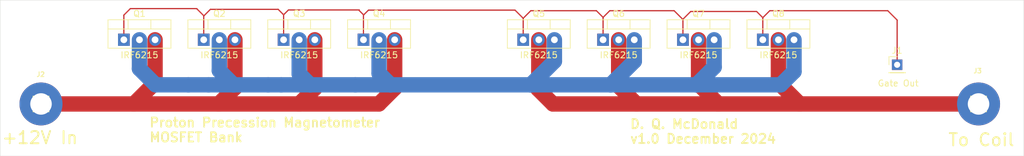
<source format=kicad_pcb>
(kicad_pcb (version 20240108) (generator "pcbnew") (generator_version "8.0")
  (title_block (title "PPM Mosfset Bank") (date "2024-12-20") (rev "1.0") (company "D. Q. McDonald"))
  (layers (0 "F.Cu" signal) (31 "B.Cu" signal) (34 "B.Paste" user) (35 "F.Paste" user) (36 "B.SilkS" user "B.Silkscreen") (37 "F.SilkS" user "F.Silkscreen") (38 "B.Mask" user) (39 "F.Mask" user) (44 "Edge.Cuts" user))
  (net 0 "")
  (net 1 "PowerIn")
  (net 2 "PowerOut")
  (net 3 "Gate")
  (net 4 "PowerBridge")
  (footprint "Package_TO_SOT_THT:TO-220-3_Vertical" (layer "F.Cu") (at 77.985 31.295)
    (property "Reference" "Q4" (at 2.54 -4.27 0) (layer "F.SilkS"))
    (property "Value" "IRF6215" (at 2.54 2.5 0) (layer "F.SilkS"))
    (fp_line (start -2.58 -3.27) (end -2.58 1.371) (stroke (width 0.12)) (layer "F.SilkS"))
    (fp_line (start -2.58 -3.27) (end 7.66 -3.27) (stroke (width 0.12)) (layer "F.SilkS"))
    (fp_line (start -2.58 -1.76) (end 7.66 -1.76) (stroke (width 0.12)) (layer "F.SilkS"))
    (fp_line (start -2.58 1.371) (end 7.66 1.371) (stroke (width 0.12)) (layer "F.SilkS"))
    (fp_line (start 0.69 -3.27) (end 0.69 -1.76) (stroke (width 0.12)) (layer "F.SilkS"))
    (fp_line (start 4.391 -3.27) (end 4.391 -1.76) (stroke (width 0.12)) (layer "F.SilkS"))
    (fp_line (start 7.66 -3.27) (end 7.66 1.371) (stroke (width 0.12)) (layer "F.SilkS"))
    (pad "1" thru_hole rect (at 0 0) (size 1.905 2) (drill 1.1) (layers "*.Cu" "*.Mask") (net 3 "Gate"))
    (pad "2" thru_hole oval (at 2.54 0) (size 1.905 2) (drill 1.1) (layers "*.Cu" "*.Mask") (net 4 "PowerBridge"))
    (pad "3" thru_hole oval (at 5.08 0) (size 1.905 2) (drill 1.1) (layers "*.Cu" "*.Mask") (net 1 "PowerIn"))
  )
  (footprint "Package_TO_SOT_THT:TO-220-3_Vertical" (layer "F.Cu") (at 142.985 31.295)
    (property "Reference" "Q8" (at 2.54 -4.27 0) (layer "F.SilkS"))
    (property "Value" "IRF6215" (at 2.54 2.5 0) (layer "F.SilkS"))
    (fp_line (start -2.58 -3.27) (end -2.58 1.371) (stroke (width 0.12)) (layer "F.SilkS"))
    (fp_line (start -2.58 -3.27) (end 7.66 -3.27) (stroke (width 0.12)) (layer "F.SilkS"))
    (fp_line (start -2.58 -1.76) (end 7.66 -1.76) (stroke (width 0.12)) (layer "F.SilkS"))
    (fp_line (start -2.58 1.371) (end 7.66 1.371) (stroke (width 0.12)) (layer "F.SilkS"))
    (fp_line (start 0.69 -3.27) (end 0.69 -1.76) (stroke (width 0.12)) (layer "F.SilkS"))
    (fp_line (start 4.391 -3.27) (end 4.391 -1.76) (stroke (width 0.12)) (layer "F.SilkS"))
    (fp_line (start 7.66 -3.27) (end 7.66 1.371) (stroke (width 0.12)) (layer "F.SilkS"))
    (pad "1" thru_hole rect (at 0 0) (size 1.905 2) (drill 1.1) (layers "*.Cu" "*.Mask") (net 3 "Gate"))
    (pad "2" thru_hole oval (at 2.54 0) (size 1.905 2) (drill 1.1) (layers "*.Cu" "*.Mask") (net 2 "PowerOut"))
    (pad "3" thru_hole oval (at 5.08 0) (size 1.905 2) (drill 1.1) (layers "*.Cu" "*.Mask") (net 4 "PowerBridge"))
  )
  (footprint "DQM:3MM Pad" (layer "F.Cu") (at 25.5 41.775)
    (property "Reference" "J2" (at -0.05 -4.825 0) (layer "F.SilkS") (effects (font (size 0.762 0.762) (thickness 0.1524))))
    (property "Value" "12V In" (hide yes))
    (fp_line (start -1.27 -1.27) (end 1.27 -1.27) (stroke (width 0.1524)) (layer "F.SilkS"))
    (fp_line (start -1.27 1.27) (end -1.27 -1.27) (stroke (width 0.1524)) (layer "F.SilkS"))
    (fp_line (start 1.27 -1.27) (end 1.27 1.27) (stroke (width 0.1524)) (layer "F.SilkS"))
    (fp_line (start 1.27 1.27) (end -1.27 1.27) (stroke (width 0.1524)) (layer "F.SilkS"))
    (pad "1" thru_hole circle (at 0 0) (size 7.002856 7.002856) (drill 3.5) (layers "*.Cu" "*.Mask") (net 1 "PowerIn"))
  )
  (footprint "Package_TO_SOT_THT:TO-220-3_Vertical" (layer "F.Cu") (at 51.985 31.295)
    (property "Reference" "Q2" (at 2.54 -4.27 0) (layer "F.SilkS"))
    (property "Value" "IRF6215" (at 2.54 2.5 0) (layer "F.SilkS"))
    (fp_line (start -2.58 -3.27) (end -2.58 1.371) (stroke (width 0.12)) (layer "F.SilkS"))
    (fp_line (start -2.58 -3.27) (end 7.66 -3.27) (stroke (width 0.12)) (layer "F.SilkS"))
    (fp_line (start -2.58 -1.76) (end 7.66 -1.76) (stroke (width 0.12)) (layer "F.SilkS"))
    (fp_line (start -2.58 1.371) (end 7.66 1.371) (stroke (width 0.12)) (layer "F.SilkS"))
    (fp_line (start 0.69 -3.27) (end 0.69 -1.76) (stroke (width 0.12)) (layer "F.SilkS"))
    (fp_line (start 4.391 -3.27) (end 4.391 -1.76) (stroke (width 0.12)) (layer "F.SilkS"))
    (fp_line (start 7.66 -3.27) (end 7.66 1.371) (stroke (width 0.12)) (layer "F.SilkS"))
    (pad "1" thru_hole rect (at 0 0) (size 1.905 2) (drill 1.1) (layers "*.Cu" "*.Mask") (net 3 "Gate"))
    (pad "2" thru_hole oval (at 2.54 0) (size 1.905 2) (drill 1.1) (layers "*.Cu" "*.Mask") (net 4 "PowerBridge"))
    (pad "3" thru_hole oval (at 5.08 0) (size 1.905 2) (drill 1.1) (layers "*.Cu" "*.Mask") (net 1 "PowerIn"))
  )
  (footprint "Package_TO_SOT_THT:TO-220-3_Vertical" (layer "F.Cu") (at 116.985 31.295)
    (property "Reference" "Q6" (at 2.54 -4.27 0) (layer "F.SilkS"))
    (property "Value" "IRF6215" (at 2.54 2.5 0) (layer "F.SilkS"))
    (fp_line (start -2.58 -3.27) (end -2.58 1.371) (stroke (width 0.12)) (layer "F.SilkS"))
    (fp_line (start -2.58 -3.27) (end 7.66 -3.27) (stroke (width 0.12)) (layer "F.SilkS"))
    (fp_line (start -2.58 -1.76) (end 7.66 -1.76) (stroke (width 0.12)) (layer "F.SilkS"))
    (fp_line (start -2.58 1.371) (end 7.66 1.371) (stroke (width 0.12)) (layer "F.SilkS"))
    (fp_line (start 0.69 -3.27) (end 0.69 -1.76) (stroke (width 0.12)) (layer "F.SilkS"))
    (fp_line (start 4.391 -3.27) (end 4.391 -1.76) (stroke (width 0.12)) (layer "F.SilkS"))
    (fp_line (start 7.66 -3.27) (end 7.66 1.371) (stroke (width 0.12)) (layer "F.SilkS"))
    (pad "1" thru_hole rect (at 0 0) (size 1.905 2) (drill 1.1) (layers "*.Cu" "*.Mask") (net 3 "Gate"))
    (pad "2" thru_hole oval (at 2.54 0) (size 1.905 2) (drill 1.1) (layers "*.Cu" "*.Mask") (net 2 "PowerOut"))
    (pad "3" thru_hole oval (at 5.08 0) (size 1.905 2) (drill 1.1) (layers "*.Cu" "*.Mask") (net 4 "PowerBridge"))
  )
  (footprint "Package_TO_SOT_THT:TO-220-3_Vertical" (layer "F.Cu") (at 38.985 31.295)
    (property "Reference" "Q1" (at 2.54 -4.27 0) (layer "F.SilkS"))
    (property "Value" "IRF6215" (at 2.54 2.5 0) (layer "F.SilkS"))
    (fp_line (start -2.58 -3.27) (end -2.58 1.371) (stroke (width 0.12)) (layer "F.SilkS"))
    (fp_line (start -2.58 -3.27) (end 7.66 -3.27) (stroke (width 0.12)) (layer "F.SilkS"))
    (fp_line (start -2.58 -1.76) (end 7.66 -1.76) (stroke (width 0.12)) (layer "F.SilkS"))
    (fp_line (start -2.58 1.371) (end 7.66 1.371) (stroke (width 0.12)) (layer "F.SilkS"))
    (fp_line (start 0.69 -3.27) (end 0.69 -1.76) (stroke (width 0.12)) (layer "F.SilkS"))
    (fp_line (start 4.391 -3.27) (end 4.391 -1.76) (stroke (width 0.12)) (layer "F.SilkS"))
    (fp_line (start 7.66 -3.27) (end 7.66 1.371) (stroke (width 0.12)) (layer "F.SilkS"))
    (pad "1" thru_hole rect (at 0 0) (size 1.905 2) (drill 1.1) (layers "*.Cu" "*.Mask") (net 3 "Gate"))
    (pad "2" thru_hole oval (at 2.54 0) (size 1.905 2) (drill 1.1) (layers "*.Cu" "*.Mask") (net 4 "PowerBridge"))
    (pad "3" thru_hole oval (at 5.08 0) (size 1.905 2) (drill 1.1) (layers "*.Cu" "*.Mask") (net 1 "PowerIn"))
  )
  (footprint "DQM:3MM Pad" (layer "F.Cu") (at 178.1 41.775)
    (property "Reference" "J3" (at -0.15 -5.4 0) (layer "F.SilkS") (effects (font (size 0.762 0.762) (thickness 0.1524))))
    (property "Value" "To Coil" (hide yes))
    (fp_line (start -1.27 -1.27) (end 1.27 -1.27) (stroke (width 0.1524)) (layer "F.SilkS"))
    (fp_line (start -1.27 1.27) (end -1.27 -1.27) (stroke (width 0.1524)) (layer "F.SilkS"))
    (fp_line (start 1.27 -1.27) (end 1.27 1.27) (stroke (width 0.1524)) (layer "F.SilkS"))
    (fp_line (start 1.27 1.27) (end -1.27 1.27) (stroke (width 0.1524)) (layer "F.SilkS"))
    (pad "1" thru_hole circle (at 0 0) (size 7.002856 7.002856) (drill 3.5) (layers "*.Cu" "*.Mask") (net 2 "PowerOut"))
  )
  (footprint "Package_TO_SOT_THT:TO-220-3_Vertical" (layer "F.Cu") (at 64.985 31.295)
    (property "Reference" "Q3" (at 2.54 -4.27 0) (layer "F.SilkS"))
    (property "Value" "IRF6215" (at 2.54 2.5 0) (layer "F.SilkS"))
    (fp_line (start -2.58 -3.27) (end -2.58 1.371) (stroke (width 0.12)) (layer "F.SilkS"))
    (fp_line (start -2.58 -3.27) (end 7.66 -3.27) (stroke (width 0.12)) (layer "F.SilkS"))
    (fp_line (start -2.58 -1.76) (end 7.66 -1.76) (stroke (width 0.12)) (layer "F.SilkS"))
    (fp_line (start -2.58 1.371) (end 7.66 1.371) (stroke (width 0.12)) (layer "F.SilkS"))
    (fp_line (start 0.69 -3.27) (end 0.69 -1.76) (stroke (width 0.12)) (layer "F.SilkS"))
    (fp_line (start 4.391 -3.27) (end 4.391 -1.76) (stroke (width 0.12)) (layer "F.SilkS"))
    (fp_line (start 7.66 -3.27) (end 7.66 1.371) (stroke (width 0.12)) (layer "F.SilkS"))
    (pad "1" thru_hole rect (at 0 0) (size 1.905 2) (drill 1.1) (layers "*.Cu" "*.Mask") (net 3 "Gate"))
    (pad "2" thru_hole oval (at 2.54 0) (size 1.905 2) (drill 1.1) (layers "*.Cu" "*.Mask") (net 4 "PowerBridge"))
    (pad "3" thru_hole oval (at 5.08 0) (size 1.905 2) (drill 1.1) (layers "*.Cu" "*.Mask") (net 1 "PowerIn"))
  )
  (footprint "Connector_PinHeader_2.54mm:PinHeader_1x01_P2.54mm_Vertical" (layer "F.Cu") (at 164.85 35.375)
    (property "Reference" "J1" (at 0 -2.33 0) (layer "F.SilkS"))
    (property "Value" "Gate Out" (at 0.175 3.025 0) (layer "F.SilkS"))
    (fp_line (start -1.33 -1.33) (end 0 -1.33) (stroke (width 0.12)) (layer "F.SilkS"))
    (fp_line (start -1.33 0) (end -1.33 -1.33) (stroke (width 0.12)) (layer "F.SilkS"))
    (fp_line (start -1.33 1.27) (end -1.33 1.33) (stroke (width 0.12)) (layer "F.SilkS"))
    (fp_line (start -1.33 1.27) (end 1.33 1.27) (stroke (width 0.12)) (layer "F.SilkS"))
    (fp_line (start -1.33 1.33) (end 1.33 1.33) (stroke (width 0.12)) (layer "F.SilkS"))
    (fp_line (start 1.33 1.27) (end 1.33 1.33) (stroke (width 0.12)) (layer "F.SilkS"))
    (pad "1" thru_hole rect (at 0 0) (size 1.7 1.7) (drill 1) (layers "*.Cu" "*.Mask") (net 3 "Gate"))
  )
  (footprint "Package_TO_SOT_THT:TO-220-3_Vertical" (layer "F.Cu") (at 129.985 31.295)
    (property "Reference" "Q7" (at 2.54 -4.27 0) (layer "F.SilkS"))
    (property "Value" "IRF6215" (at 2.54 2.5 0) (layer "F.SilkS"))
    (fp_line (start -2.58 -3.27) (end -2.58 1.371) (stroke (width 0.12)) (layer "F.SilkS"))
    (fp_line (start -2.58 -3.27) (end 7.66 -3.27) (stroke (width 0.12)) (layer "F.SilkS"))
    (fp_line (start -2.58 -1.76) (end 7.66 -1.76) (stroke (width 0.12)) (layer "F.SilkS"))
    (fp_line (start -2.58 1.371) (end 7.66 1.371) (stroke (width 0.12)) (layer "F.SilkS"))
    (fp_line (start 0.69 -3.27) (end 0.69 -1.76) (stroke (width 0.12)) (layer "F.SilkS"))
    (fp_line (start 4.391 -3.27) (end 4.391 -1.76) (stroke (width 0.12)) (layer "F.SilkS"))
    (fp_line (start 7.66 -3.27) (end 7.66 1.371) (stroke (width 0.12)) (layer "F.SilkS"))
    (pad "1" thru_hole rect (at 0 0) (size 1.905 2) (drill 1.1) (layers "*.Cu" "*.Mask") (net 3 "Gate"))
    (pad "2" thru_hole oval (at 2.54 0) (size 1.905 2) (drill 1.1) (layers "*.Cu" "*.Mask") (net 2 "PowerOut"))
    (pad "3" thru_hole oval (at 5.08 0) (size 1.905 2) (drill 1.1) (layers "*.Cu" "*.Mask") (net 4 "PowerBridge"))
  )
  (footprint "Package_TO_SOT_THT:TO-220-3_Vertical" (layer "F.Cu") (at 103.985 31.295)
    (property "Reference" "Q5" (at 2.54 -4.27 0) (layer "F.SilkS"))
    (property "Value" "IRF6215" (at 2.54 2.5 0) (layer "F.SilkS"))
    (fp_line (start -2.58 -3.27) (end -2.58 1.371) (stroke (width 0.12)) (layer "F.SilkS"))
    (fp_line (start -2.58 -3.27) (end 7.66 -3.27) (stroke (width 0.12)) (layer "F.SilkS"))
    (fp_line (start -2.58 -1.76) (end 7.66 -1.76) (stroke (width 0.12)) (layer "F.SilkS"))
    (fp_line (start -2.58 1.371) (end 7.66 1.371) (stroke (width 0.12)) (layer "F.SilkS"))
    (fp_line (start 0.69 -3.27) (end 0.69 -1.76) (stroke (width 0.12)) (layer "F.SilkS"))
    (fp_line (start 4.391 -3.27) (end 4.391 -1.76) (stroke (width 0.12)) (layer "F.SilkS"))
    (fp_line (start 7.66 -3.27) (end 7.66 1.371) (stroke (width 0.12)) (layer "F.SilkS"))
    (pad "1" thru_hole rect (at 0 0) (size 1.905 2) (drill 1.1) (layers "*.Cu" "*.Mask") (net 3 "Gate"))
    (pad "2" thru_hole oval (at 2.54 0) (size 1.905 2) (drill 1.1) (layers "*.Cu" "*.Mask") (net 2 "PowerOut"))
    (pad "3" thru_hole oval (at 5.08 0) (size 1.905 2) (drill 1.1) (layers "*.Cu" "*.Mask") (net 4 "PowerBridge"))
  )
  (gr_rect (start 18.85 24.825) (end 185.475 50.275) (stroke (width 0.05)) (fill none) (layer "Edge.Cuts"))
  (gr_text "D. Q. McDonald\nv1.0 December 2024" (at 121.25 48.35 0) (layer "F.SilkS") (effects (font (size 1.5 1.5) (thickness 0.3) (bold yes)) (justify left bottom)))
  (gr_text "Proton Precession Magnetometer\nMOSFET Bank" (at 43 48.1 0) (layer "F.SilkS") (effects (font (size 1.5 1.5) (thickness 0.3) (bold yes)) (justify left bottom)))
  (gr_text "+12V In" (at 18.975 48.45 0) (layer "F.SilkS") (effects (font (size 2 2) (thickness 0.3) (bold yes)) (justify left bottom)))
  (gr_text "To Coil" (at 173.025 48.8 0) (layer "F.SilkS") (effects (font (size 2 2) (thickness 0.3) (bold yes)) (justify left bottom)))
  (segment (start 40.6 41.775) (end 54.425 41.775) (width 2.5) (layer "F.Cu") (net 1))
  (segment (start 67.525 41.775) (end 80.5 41.775) (width 2.5) (layer "F.Cu") (net 1))
  (segment (start 70.065 39.235) (end 70.065 31.295) (width 2.5) (layer "F.Cu") (net 1))
  (segment (start 25.5 41.775) (end 40.6 41.775) (width 2.5) (layer "F.Cu") (net 1))
  (segment (start 40.6 41.775) (end 44.065 38.31) (width 2.5) (layer "F.Cu") (net 1))
  (segment (start 83.065 39.21) (end 83.065 31.295) (width 2.5) (layer "F.Cu") (net 1))
  (segment (start 57.065 39.135) (end 57.065 31.295) (width 2.5) (layer "F.Cu") (net 1))
  (segment (start 54.425 41.775) (end 57.065 39.135) (width 2.5) (layer "F.Cu") (net 1))
  (segment (start 80.5 41.775) (end 83.065 39.21) (width 2.5) (layer "F.Cu") (net 1))
  (segment (start 54.425 41.775) (end 67.525 41.775) (width 2.5) (layer "F.Cu") (net 1))
  (segment (start 44.065 38.31) (end 44.065 31.295) (width 2.5) (layer "F.Cu") (net 1))
  (segment (start 67.525 41.775) (end 70.065 39.235) (width 2.5) (layer "F.Cu") (net 1))
  (segment (start 106.3875 39.3375) (end 106.525 39.2) (width 2.5) (layer "F.Cu") (net 2))
  (segment (start 148.975 41.775) (end 135.75 41.775) (width 2.5) (layer "F.Cu") (net 2))
  (segment (start 119.525 38.875) (end 119.525 31.295) (width 2.5) (layer "F.Cu") (net 2))
  (segment (start 132.525 38.55) (end 132.525 31.295) (width 2.5) (layer "F.Cu") (net 2))
  (segment (start 135.75 41.775) (end 122.425 41.775) (width 2.5) (layer "F.Cu") (net 2))
  (segment (start 178.1 41.775) (end 148.975 41.775) (width 2.5) (layer "F.Cu") (net 2))
  (segment (start 135.75 41.775) (end 132.525 38.55) (width 2.5) (layer "F.Cu") (net 2))
  (segment (start 108.825 41.775) (end 106.3875 39.3375) (width 2.5) (layer "F.Cu") (net 2))
  (segment (start 122.425 41.775) (end 108.825 41.775) (width 2.5) (layer "F.Cu") (net 2))
  (segment (start 122.425 41.775) (end 119.525 38.875) (width 2.5) (layer "F.Cu") (net 2))
  (segment (start 145.525 38.3) (end 145.525 31.295) (width 2.5) (layer "F.Cu") (net 2))
  (segment (start 106.525 39.2) (end 106.525 31.295) (width 2.5) (layer "F.Cu") (net 2))
  (segment (start 148.975 41.75) (end 145.525 38.3) (width 2.5) (layer "F.Cu") (net 2))
  (segment (start 148.975 41.775) (end 148.975 41.75) (width 2.5) (layer "F.Cu") (net 2))
  (segment (start 77.985 27.21) (end 77.985 31.295) (width 0.2) (layer "F.Cu") (net 3))
  (segment (start 116.99 27.635) (end 118.075 26.55) (width 0.2) (layer "F.Cu") (net 3))
  (segment (start 129.985 27.985) (end 129.985 31.295) (width 0.2) (layer "F.Cu") (net 3))
  (segment (start 65.775 26.425) (end 77.3 26.425) (width 0.2) (layer "F.Cu") (net 3))
  (segment (start 142.985 27.685) (end 142.985 31.295) (width 0.2) (layer "F.Cu") (net 3))
  (segment (start 131.25 26.675) (end 141.975 26.675) (width 0.2) (layer "F.Cu") (net 3))
  (segment (start 103.985 27.785) (end 103.985 31.295) (width 0.2) (layer "F.Cu") (net 3))
  (segment (start 64.1 26.325) (end 64.9375 27.1625) (width 0.2) (layer "F.Cu") (net 3))
  (segment (start 164.85 35.375) (end 164.85 28.075) (width 0.2) (layer "F.Cu") (net 3))
  (segment (start 50.85 26.2) (end 50.85 26.225) (width 0.2) (layer "F.Cu") (net 3))
  (segment (start 64.9375 27.1625) (end 65.0375 27.1625) (width 0.2) (layer "F.Cu") (net 3))
  (segment (start 102.65 26.45) (end 103.985 27.785) (width 0.2) (layer "F.Cu") (net 3))
  (segment (start 64.9375 27.1625) (end 64.985 27.21) (width 0.2) (layer "F.Cu") (net 3))
  (segment (start 116.985 27.635) (end 116.99 27.635) (width 0.2) (layer "F.Cu") (net 3))
  (segment (start 164.85 28.075) (end 163.325 26.55) (width 0.2) (layer "F.Cu") (net 3))
  (segment (start 53.075 26.325) (end 64.1 26.325) (width 0.2) (layer "F.Cu") (net 3))
  (segment (start 129.985 27.985) (end 129.985 27.94) (width 0.2) (layer "F.Cu") (net 3))
  (segment (start 40.05 26.2) (end 50.85 26.2) (width 0.2) (layer "F.Cu") (net 3))
  (segment (start 141.975 26.675) (end 142.985 27.685) (width 0.2) (layer "F.Cu") (net 3))
  (segment (start 64.985 27.21) (end 64.985 31.295) (width 0.2) (layer "F.Cu") (net 3))
  (segment (start 128.55 26.55) (end 129.985 27.985) (width 0.2) (layer "F.Cu") (net 3))
  (segment (start 163.325 26.55) (end 144.12 26.55) (width 0.2) (layer "F.Cu") (net 3))
  (segment (start 129.985 27.94) (end 131.25 26.675) (width 0.2) (layer "F.Cu") (net 3))
  (segment (start 115.9 26.55) (end 116.985 27.635) (width 0.2) (layer "F.Cu") (net 3))
  (segment (start 116.985 27.635) (end 116.985 31.295) (width 0.2) (layer "F.Cu") (net 3))
  (segment (start 77.985 27.21) (end 77.3 26.525) (width 0.2) (layer "F.Cu") (net 3))
  (segment (start 38.985 27.265) (end 40.05 26.2) (width 0.2) (layer "F.Cu") (net 3))
  (segment (start 103.985 27.785) (end 105.22 26.55) (width 0.2) (layer "F.Cu") (net 3))
  (segment (start 144.12 26.55) (end 142.985 27.685) (width 0.2) (layer "F.Cu") (net 3))
  (segment (start 38.985 31.295) (end 38.985 27.265) (width 0.2) (layer "F.Cu") (net 3))
  (segment (start 78.8 26.45) (end 102.65 26.45) (width 0.2) (layer "F.Cu") (net 3))
  (segment (start 51.985 27.36) (end 52.04 27.36) (width 0.2) (layer "F.Cu") (net 3))
  (segment (start 78.04 27.21) (end 78.8 26.45) (width 0.2) (layer "F.Cu") (net 3))
  (segment (start 50.85 26.225) (end 51.985 27.36) (width 0.2) (layer "F.Cu") (net 3))
  (segment (start 105.22 26.55) (end 115.9 26.55) (width 0.2) (layer "F.Cu") (net 3))
  (segment (start 118.075 26.55) (end 128.55 26.55) (width 0.2) (layer "F.Cu") (net 3))
  (segment (start 52.04 27.36) (end 53.075 26.325) (width 0.2) (layer "F.Cu") (net 3))
  (segment (start 65.0375 27.1625) (end 65.775 26.425) (width 0.2) (layer "F.Cu") (net 3))
  (segment (start 51.985 27.36) (end 51.985 31.295) (width 0.2) (layer "F.Cu") (net 3))
  (segment (start 77.3 26.525) (end 77.3 26.425) (width 0.2) (layer "F.Cu") (net 3))
  (segment (start 77.985 27.21) (end 78.04 27.21) (width 0.2) (layer "F.Cu") (net 3))
  (segment (start 132.175 38.65) (end 145.9 38.65) (width 2.5) (layer "B.Cu") (net 4))
  (segment (start 105.21 38.65) (end 118.21 38.65) (width 2.5) (layer "B.Cu") (net 4))
  (segment (start 122.065 34.795) (end 122.065 31.295) (width 2.5) (layer "B.Cu") (net 4))
  (segment (start 76.67 38.65) (end 82.4 38.65) (width 2.5) (layer "B.Cu") (net 4))
  (segment (start 148.065 36.485) (end 148.065 31.295) (width 2.5) (layer "B.Cu") (net 4))
  (segment (start 49.4825 38.65) (end 44.15 38.65) (width 2.5) (layer "B.Cu") (net 4))
  (segment (start 109.065 34.795) (end 109.065 31.295) (width 2.5) (layer "B.Cu") (net 4))
  (segment (start 44.15 38.65) (end 41.525 36.025) (width 2.5) (layer "B.Cu") (net 4))
  (segment (start 67.525 36.85) (end 69.325 38.65) (width 2.5) (layer "B.Cu") (net 4))
  (segment (start 135.065 35.76) (end 135.065 31.295) (width 2.5) (layer "B.Cu") (net 4))
  (segment (start 49.4825 38.65) (end 52.775 38.65) (width 2.5) (layer "B.Cu") (net 4))
  (segment (start 62.4825 38.65) (end 64.6 38.65) (width 2.5) (layer "B.Cu") (net 4))
  (segment (start 118.21 38.65) (end 119.0175 37.8425) (width 2.5) (layer "B.Cu") (net 4))
  (segment (start 41.525 36.025) (end 41.525 31.295) (width 2.5) (layer "B.Cu") (net 4))
  (segment (start 64.6 38.65) (end 69.325 38.65) (width 2.5) (layer "B.Cu") (net 4))
  (segment (start 132.175 38.65) (end 135.065 35.76) (width 2.5) (layer "B.Cu") (net 4))
  (segment (start 82.4 38.65) (end 105.21 38.65) (width 2.5) (layer "B.Cu") (net 4))
  (segment (start 105.21 38.65) (end 109.065 34.795) (width 2.5) (layer "B.Cu") (net 4))
  (segment (start 54.525 36.325) (end 56.85 38.65) (width 2.5) (layer "B.Cu") (net 4))
  (segment (start 52.775 38.65) (end 56.85 38.65) (width 2.5) (layer "B.Cu") (net 4))
  (segment (start 54.525 31.295) (end 54.525 36.325) (width 2.5) (layer "B.Cu") (net 4))
  (segment (start 69.325 38.65) (end 76.67 38.65) (width 2.5) (layer "B.Cu") (net 4))
  (segment (start 56.85 38.65) (end 62.4825 38.65) (width 2.5) (layer "B.Cu") (net 4))
  (segment (start 118.21 38.65) (end 132.175 38.65) (width 2.5) (layer "B.Cu") (net 4))
  (segment (start 145.9 38.65) (end 148.065 36.485) (width 2.5) (layer "B.Cu") (net 4))
  (segment (start 80.525 31.295) (end 80.525 36.775) (width 2.5) (layer "B.Cu") (net 4))
  (segment (start 80.525 36.775) (end 82.4 38.65) (width 2.5) (layer "B.Cu") (net 4))
  (segment (start 67.525 31.295) (end 67.525 36.85) (width 2.5) (layer "B.Cu") (net 4))
  (segment (start 119.0175 37.8425) (end 122.065 34.795) (width 2.5) (layer "B.Cu") (net 4))
)
</source>
